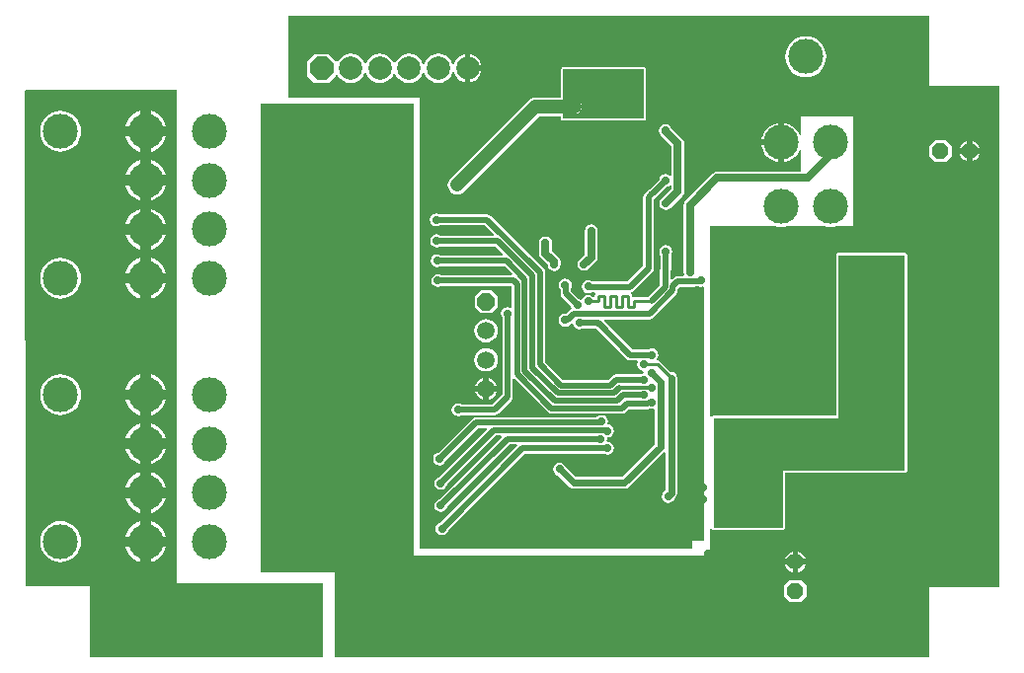
<source format=gbl>
G04*
G04 #@! TF.GenerationSoftware,Altium Limited,Altium Designer,19.1.5 (86)*
G04*
G04 Layer_Physical_Order=2*
G04 Layer_Color=16711680*
%FSLAX44Y44*%
%MOMM*%
G71*
G01*
G75*
%ADD10C,0.3000*%
%ADD12C,0.2500*%
%ADD71C,0.7000*%
%ADD74C,0.5000*%
%ADD76C,1.2000*%
%ADD78C,0.6000*%
%ADD82P,1.5154X8X22.5*%
%ADD83C,1.4000*%
%ADD84C,1.5000*%
%ADD85P,1.6236X8X292.5*%
%ADD86C,3.0000*%
%ADD87C,2.0000*%
%ADD88P,2.1648X8X22.5*%
%ADD89P,1.5154X8X112.5*%
%ADD90C,0.7000*%
%ADD91C,1.2000*%
G36*
X785000Y495000D02*
X845000D01*
Y374000D01*
Y65000D01*
X785000D01*
Y5000D01*
X275000D01*
Y78000D01*
X212000D01*
Y480000D01*
X343000Y480000D01*
X343000Y92000D01*
X597000D01*
Y114778D01*
X597146Y114836D01*
X598270Y114989D01*
X598558Y114558D01*
X599220Y114116D01*
X600000Y113961D01*
X659211Y113961D01*
X659992Y114116D01*
X660653Y114558D01*
X661095Y115220D01*
X661251Y116000D01*
X661251Y162961D01*
X764000D01*
X764780Y163116D01*
X765442Y163558D01*
X765884Y164220D01*
X766039Y165000D01*
X766039Y349717D01*
X765884Y350497D01*
X765442Y351159D01*
X764780Y351601D01*
X764000Y351756D01*
X707000Y351756D01*
X706220Y351601D01*
X705558Y351159D01*
X705116Y350497D01*
X704961Y349717D01*
X704961Y212039D01*
X600000D01*
X599220Y211884D01*
X598558Y211442D01*
X598270Y211011D01*
X597146Y211164D01*
X597000Y211222D01*
Y374465D01*
X653870D01*
X654569Y374253D01*
X658000Y373915D01*
X661431Y374253D01*
X662130Y374465D01*
X695870D01*
X696569Y374253D01*
X700000Y373915D01*
X703431Y374253D01*
X704130Y374465D01*
X720000D01*
Y469000D01*
X675000D01*
X625000Y469000D01*
D01*
X675000D01*
Y453397D01*
X673782Y453037D01*
X672203Y455990D01*
X670079Y458579D01*
X667490Y460703D01*
X664537Y462282D01*
X661333Y463254D01*
X660500Y463336D01*
Y446500D01*
X658000D01*
D01*
X660500D01*
Y429664D01*
X661333Y429746D01*
X664537Y430718D01*
X667490Y432297D01*
X670079Y434421D01*
X672203Y437010D01*
X673782Y439963D01*
X675000Y439603D01*
Y421608D01*
X625000D01*
Y421504D01*
X603138D01*
X600992Y421077D01*
X599173Y419861D01*
X575785Y396473D01*
X574569Y394654D01*
X574142Y392508D01*
Y334750D01*
X574469Y333108D01*
X573670Y331838D01*
X569300D01*
X567545Y331489D01*
X566056Y330494D01*
X564262Y328700D01*
X563088Y329186D01*
Y335475D01*
X563239Y335700D01*
X563588Y337456D01*
Y349717D01*
X564181Y350604D01*
X564608Y352750D01*
X564181Y354896D01*
X562965Y356715D01*
X561146Y357931D01*
X559000Y358358D01*
X556854Y357931D01*
X555035Y356715D01*
X553819Y354896D01*
X553392Y352750D01*
X553819Y350604D01*
X554412Y349717D01*
Y338938D01*
X554261Y338712D01*
X553912Y336956D01*
Y324104D01*
X543372Y313564D01*
X531500D01*
X531084Y313481D01*
X529814Y314443D01*
Y315067D01*
X529561Y316335D01*
X529116Y317002D01*
X529466Y318221D01*
X529598Y318393D01*
X529959Y318465D01*
X531448Y319459D01*
X547494Y335506D01*
X548489Y336994D01*
X548838Y338750D01*
Y397671D01*
X549777Y398609D01*
X550744Y399256D01*
X559850Y408361D01*
X560896Y408569D01*
X562422Y409589D01*
X563693Y409135D01*
Y406873D01*
X555035Y398215D01*
X553819Y396396D01*
X553392Y394250D01*
X553819Y392104D01*
X555035Y390285D01*
X556854Y389069D01*
X559000Y388642D01*
X561146Y389069D01*
X562965Y390285D01*
X573266Y400585D01*
X574481Y402404D01*
X574908Y404550D01*
Y445700D01*
X574481Y447846D01*
X573266Y449665D01*
X563219Y459712D01*
X562715Y460465D01*
X560896Y461681D01*
X558750Y462108D01*
X556604Y461681D01*
X554785Y460465D01*
X553569Y458646D01*
X553142Y456500D01*
Y456250D01*
X553569Y454104D01*
X554785Y452285D01*
X563693Y443377D01*
Y418365D01*
X562422Y417911D01*
X560896Y418931D01*
X558750Y419358D01*
X556604Y418931D01*
X554785Y417715D01*
X553569Y415896D01*
X553361Y414850D01*
X544902Y406391D01*
X543935Y405744D01*
X541006Y402815D01*
X540011Y401327D01*
X539662Y399571D01*
Y340650D01*
X526303Y327292D01*
X495603D01*
X494646Y327931D01*
X492500Y328358D01*
X490354Y327931D01*
X488535Y326715D01*
X487319Y324896D01*
X486892Y322750D01*
X487319Y320604D01*
X488535Y318785D01*
X490354Y317569D01*
X492500Y317142D01*
X494646Y317569D01*
X495463Y318115D01*
X498101D01*
X498780Y316845D01*
X498439Y316335D01*
X498186Y315067D01*
Y313564D01*
X496901D01*
X496465Y314215D01*
X494646Y315431D01*
X492500Y315858D01*
X490354Y315431D01*
X488535Y314215D01*
X487319Y312396D01*
X487294Y312271D01*
X485883Y311687D01*
X485145Y312180D01*
X484099Y312388D01*
X477770Y318717D01*
Y321644D01*
X477980Y321958D01*
X478407Y324104D01*
X477980Y326250D01*
X476764Y328069D01*
X474945Y329285D01*
X472799Y329712D01*
X470653Y329285D01*
X468834Y328069D01*
X467618Y326250D01*
X467191Y324104D01*
X467618Y321958D01*
X468593Y320498D01*
Y316817D01*
X468943Y315061D01*
X469937Y313573D01*
X477610Y305900D01*
X477818Y304853D01*
X477954Y304650D01*
X477540Y302984D01*
X476877Y302541D01*
X473705Y299368D01*
X472500Y299608D01*
X470354Y299181D01*
X468535Y297965D01*
X467319Y296146D01*
X466892Y294000D01*
X467319Y291854D01*
X468535Y290035D01*
X470354Y288819D01*
X472500Y288392D01*
X474646Y288819D01*
X475833Y289612D01*
X476581Y289761D01*
X478069Y290756D01*
X478247Y290933D01*
X479625Y290515D01*
X479819Y289540D01*
X481035Y287721D01*
X482854Y286506D01*
X485000Y286079D01*
X487146Y286506D01*
X487775Y286926D01*
X499079D01*
X499399Y286862D01*
X525256Y261006D01*
X526744Y260011D01*
X528500Y259662D01*
X534485D01*
X535084Y258542D01*
X534819Y258146D01*
X534392Y256000D01*
X534819Y253854D01*
X536035Y252035D01*
X537854Y250819D01*
X539246Y250542D01*
X540213Y249269D01*
X540085Y248685D01*
X539733Y248554D01*
X537853Y248180D01*
X536966Y247588D01*
X516499D01*
X514744Y247238D01*
X513255Y246244D01*
X509599Y242588D01*
X470830D01*
X455588Y257829D01*
Y334750D01*
X455239Y336506D01*
X454244Y337994D01*
X408994Y383244D01*
X407506Y384239D01*
X405750Y384588D01*
X365283D01*
X364396Y385181D01*
X362250Y385608D01*
X360104Y385181D01*
X358285Y383965D01*
X357069Y382146D01*
X356642Y380000D01*
X357069Y377854D01*
X358285Y376035D01*
X360104Y374819D01*
X362250Y374392D01*
X364396Y374819D01*
X365283Y375412D01*
X403849D01*
X411500Y367761D01*
X411014Y366588D01*
X365533D01*
X364646Y367181D01*
X362500Y367608D01*
X360354Y367181D01*
X358535Y365965D01*
X357319Y364146D01*
X356892Y362000D01*
X357319Y359854D01*
X358535Y358035D01*
X360354Y356819D01*
X362500Y356392D01*
X364646Y356819D01*
X365533Y357412D01*
X412657D01*
X419308Y350761D01*
X418821Y349588D01*
X366033D01*
X365146Y350181D01*
X363000Y350608D01*
X360854Y350181D01*
X359035Y348965D01*
X357819Y347146D01*
X357392Y345000D01*
X357819Y342854D01*
X359035Y341035D01*
X360854Y339819D01*
X363000Y339392D01*
X365146Y339819D01*
X366033Y340412D01*
X420465D01*
X427115Y333761D01*
X426629Y332588D01*
X366533D01*
X365646Y333181D01*
X363500Y333608D01*
X361354Y333181D01*
X359535Y331965D01*
X358319Y330146D01*
X357892Y328000D01*
X358319Y325854D01*
X359535Y324035D01*
X361354Y322819D01*
X363500Y322392D01*
X365646Y322819D01*
X366533Y323412D01*
X426671D01*
X426912Y323171D01*
Y305135D01*
X425792Y304536D01*
X425443Y304770D01*
X423297Y305197D01*
X421151Y304770D01*
X419331Y303554D01*
X418116Y301735D01*
X417689Y299589D01*
X418116Y297443D01*
X418708Y296556D01*
Y230139D01*
X410157Y221588D01*
X384033D01*
X383146Y222181D01*
X381000Y222608D01*
X378854Y222181D01*
X377035Y220965D01*
X375819Y219146D01*
X375392Y217000D01*
X375819Y214854D01*
X377035Y213035D01*
X378854Y211819D01*
X381000Y211392D01*
X383146Y211819D01*
X384033Y212412D01*
X412058D01*
X413813Y212761D01*
X415302Y213756D01*
X426541Y224995D01*
X427535Y226483D01*
X427885Y228239D01*
Y243183D01*
X429155Y243709D01*
X457608Y215256D01*
X459096Y214261D01*
X460852Y213912D01*
X503488D01*
X503613Y212642D01*
X501604Y212242D01*
X499785Y211027D01*
X499492Y210588D01*
X396000D01*
X394244Y210239D01*
X392756Y209244D01*
X363900Y180389D01*
X362854Y180181D01*
X361035Y178965D01*
X359819Y177146D01*
X359392Y175000D01*
X359819Y172854D01*
X361035Y171035D01*
X362854Y169819D01*
X365000Y169392D01*
X367146Y169819D01*
X368965Y171035D01*
X370181Y172854D01*
X370389Y173900D01*
X397901Y201412D01*
X405264D01*
X405750Y200238D01*
X364900Y159389D01*
X363854Y159181D01*
X362035Y157965D01*
X360819Y156146D01*
X360392Y154000D01*
X360819Y151854D01*
X362035Y150035D01*
X363854Y148819D01*
X366000Y148392D01*
X368146Y148819D01*
X369965Y150035D01*
X371181Y151854D01*
X371389Y152900D01*
X413400Y194912D01*
X417764D01*
X418250Y193738D01*
X364900Y140389D01*
X363854Y140181D01*
X362035Y138965D01*
X360819Y137146D01*
X360392Y135000D01*
X360819Y132854D01*
X362035Y131035D01*
X363854Y129819D01*
X366000Y129392D01*
X368146Y129819D01*
X369965Y131035D01*
X371181Y132854D01*
X371389Y133900D01*
X424901Y187412D01*
X431127D01*
X431653Y186142D01*
X365900Y120389D01*
X364854Y120181D01*
X363035Y118965D01*
X361819Y117146D01*
X361392Y115000D01*
X361819Y112854D01*
X363035Y111035D01*
X364854Y109819D01*
X367000Y109392D01*
X369146Y109819D01*
X370965Y111035D01*
X372181Y112854D01*
X372389Y113900D01*
X437901Y179412D01*
X505967D01*
X506854Y178819D01*
X509000Y178392D01*
X511146Y178819D01*
X512965Y180035D01*
X514181Y181854D01*
X514608Y184000D01*
X514181Y186146D01*
X512965Y187965D01*
X511146Y189181D01*
X509316Y189545D01*
X508985Y189635D01*
X508364Y190776D01*
X508608Y192000D01*
X508442Y192835D01*
X508999Y193392D01*
X511145Y193819D01*
X512964Y195034D01*
X514180Y196854D01*
X514607Y199000D01*
X514180Y201146D01*
X512964Y202965D01*
X511145Y204181D01*
X510025Y204403D01*
X509023Y204873D01*
X509104Y205783D01*
X509358Y207062D01*
X508931Y209207D01*
X507715Y211027D01*
X505896Y212242D01*
X503887Y212642D01*
X504012Y213912D01*
X521750D01*
X523506Y214261D01*
X524994Y215256D01*
X527400Y217662D01*
X543357D01*
X545112Y218011D01*
X545304Y218139D01*
X546546Y217892D01*
X548178Y218217D01*
X549449Y217413D01*
Y187408D01*
X521388Y159348D01*
X482017D01*
X473210Y168155D01*
X473181Y168301D01*
X471965Y170120D01*
X470146Y171336D01*
X468000Y171763D01*
X465854Y171336D01*
X464035Y170120D01*
X462819Y168301D01*
X462392Y166155D01*
X462819Y164009D01*
X464035Y162190D01*
X465854Y160974D01*
X466000Y160945D01*
X476300Y150645D01*
X477954Y149540D01*
X479905Y149152D01*
X523500D01*
X525451Y149540D01*
X527105Y150645D01*
X557132Y180672D01*
X558402Y180146D01*
Y147629D01*
X557035Y146715D01*
X555819Y144896D01*
X555392Y142750D01*
X555819Y140604D01*
X557035Y138785D01*
X558854Y137569D01*
X561000Y137142D01*
X563146Y137569D01*
X564965Y138785D01*
X566181Y140604D01*
X566210Y140750D01*
X567105Y141645D01*
X568210Y143299D01*
X568598Y145250D01*
Y244750D01*
X568210Y246701D01*
X567105Y248355D01*
X565451Y249460D01*
X563500Y249848D01*
X563157Y249780D01*
X554593Y258343D01*
X553518Y259061D01*
X552250Y259314D01*
X551624D01*
X551165Y260584D01*
X552181Y262104D01*
X552608Y264250D01*
X552181Y266396D01*
X550965Y268215D01*
X549146Y269431D01*
X547000Y269858D01*
X544854Y269431D01*
X543967Y268838D01*
X530401D01*
X505704Y293535D01*
X506190Y294708D01*
X544785D01*
X546541Y295058D01*
X548030Y296052D01*
X568244Y316267D01*
X569239Y317755D01*
X569588Y319511D01*
Y321049D01*
X571201Y322662D01*
X582857D01*
X584612Y323011D01*
X584640Y323029D01*
X586540D01*
X586854Y322819D01*
X589000Y322392D01*
X590730Y322736D01*
X592000Y321979D01*
Y105000D01*
X582000D01*
X582000Y98000D01*
X348000Y98000D01*
Y485000D01*
X235000D01*
Y555000D01*
X785000D01*
Y495000D01*
D02*
G37*
G36*
X764000Y349717D02*
X764000Y165000D01*
X659211D01*
X659211Y116000D01*
X600000Y116000D01*
Y210000D01*
X707000D01*
X707000Y349717D01*
X764000Y349717D01*
D02*
G37*
G36*
X140000Y68000D02*
X265000Y68000D01*
X265000Y5000D01*
X65000D01*
Y66000D01*
X10000D01*
X9002Y491101D01*
X9899Y492000D01*
X140000D01*
X140000Y68000D01*
D02*
G37*
%LPC*%
G36*
X364000Y522608D02*
X360737Y522178D01*
X357696Y520919D01*
X355085Y518915D01*
X353081Y516304D01*
X352062Y513844D01*
X350688D01*
X349669Y516304D01*
X347665Y518915D01*
X345054Y520919D01*
X342013Y522178D01*
X338750Y522608D01*
X335487Y522178D01*
X332446Y520919D01*
X329835Y518915D01*
X327831Y516304D01*
X326937Y514146D01*
X325563D01*
X324669Y516304D01*
X322665Y518915D01*
X320054Y520919D01*
X317013Y522178D01*
X313750Y522608D01*
X310487Y522178D01*
X307446Y520919D01*
X304835Y518915D01*
X302831Y516304D01*
X301937Y514146D01*
X300563D01*
X299669Y516304D01*
X297665Y518915D01*
X295054Y520919D01*
X292013Y522178D01*
X288750Y522608D01*
X285487Y522178D01*
X282446Y520919D01*
X279835Y518915D01*
X277831Y516304D01*
X277520Y515552D01*
X276250Y515805D01*
Y516250D01*
X270000Y522500D01*
X257500D01*
X251250Y516250D01*
Y503750D01*
X257500Y497500D01*
X270000D01*
X276250Y503750D01*
Y504195D01*
X277520Y504448D01*
X277831Y503696D01*
X279835Y501085D01*
X282446Y499081D01*
X285487Y497822D01*
X288750Y497392D01*
X292013Y497822D01*
X295054Y499081D01*
X297665Y501085D01*
X299669Y503696D01*
X300563Y505854D01*
X301937D01*
X302831Y503696D01*
X304835Y501085D01*
X307446Y499081D01*
X310487Y497822D01*
X313750Y497392D01*
X317013Y497822D01*
X320054Y499081D01*
X322665Y501085D01*
X324669Y503696D01*
X325563Y505854D01*
X326937D01*
X327831Y503696D01*
X329835Y501085D01*
X332446Y499081D01*
X335487Y497822D01*
X338750Y497392D01*
X342013Y497822D01*
X345054Y499081D01*
X347665Y501085D01*
X349669Y503696D01*
X350688Y506156D01*
X352062D01*
X353081Y503696D01*
X355085Y501085D01*
X357696Y499081D01*
X360737Y497822D01*
X364000Y497392D01*
X367263Y497822D01*
X370304Y499081D01*
X372915Y501085D01*
X374919Y503696D01*
X376116Y506587D01*
X376467Y506669D01*
X376582Y506682D01*
X377434Y506565D01*
X378518Y503948D01*
X380442Y501441D01*
X382948Y499518D01*
X385867Y498309D01*
X386500Y498226D01*
Y510000D01*
Y521774D01*
X385867Y521691D01*
X382948Y520482D01*
X380442Y518559D01*
X378518Y516052D01*
X377434Y513435D01*
X376582Y513318D01*
X376467Y513331D01*
X376116Y513413D01*
X374919Y516304D01*
X372915Y518915D01*
X370304Y520919D01*
X367263Y522178D01*
X364000Y522608D01*
D02*
G37*
G36*
X391500Y521774D02*
Y512500D01*
X400774D01*
X400691Y513133D01*
X399482Y516052D01*
X397559Y518559D01*
X395052Y520482D01*
X392133Y521691D01*
X391500Y521774D01*
D02*
G37*
G36*
X679000Y537585D02*
X675569Y537247D01*
X672271Y536246D01*
X669230Y534621D01*
X666566Y532434D01*
X664379Y529770D01*
X662754Y526729D01*
X661753Y523431D01*
X661415Y520000D01*
X661753Y516569D01*
X662754Y513271D01*
X664379Y510230D01*
X666566Y507566D01*
X669230Y505379D01*
X672271Y503754D01*
X675569Y502753D01*
X679000Y502415D01*
X682431Y502753D01*
X685729Y503754D01*
X688770Y505379D01*
X691434Y507566D01*
X693621Y510230D01*
X695246Y513271D01*
X696247Y516569D01*
X696585Y520000D01*
X696247Y523431D01*
X695246Y526729D01*
X693621Y529770D01*
X691434Y532434D01*
X688770Y534621D01*
X685729Y536246D01*
X682431Y537247D01*
X679000Y537585D01*
D02*
G37*
G36*
X400774Y507500D02*
X391500D01*
Y498226D01*
X392133Y498309D01*
X395052Y499518D01*
X397559Y501441D01*
X399482Y503948D01*
X400691Y506867D01*
X400774Y507500D01*
D02*
G37*
G36*
X540000Y511039D02*
X471000D01*
X470220Y510884D01*
X469558Y510442D01*
X469116Y509780D01*
X468961Y509000D01*
Y485069D01*
X447000D01*
X444912Y484794D01*
X442966Y483988D01*
X441294Y482706D01*
X374294Y415706D01*
X373012Y414035D01*
X372206Y412088D01*
X371931Y410000D01*
X372206Y407912D01*
X373012Y405965D01*
X374294Y404294D01*
X375965Y403012D01*
X377912Y402206D01*
X380000Y401931D01*
X382088Y402206D01*
X384035Y403012D01*
X385706Y404294D01*
X450342Y468931D01*
X468961D01*
Y467000D01*
X469116Y466220D01*
X469558Y465558D01*
X470220Y465116D01*
X471000Y464961D01*
X539897D01*
X540677Y465116D01*
X541338Y465558D01*
X541780Y466220D01*
X541884Y466470D01*
X542039Y467250D01*
Y509000D01*
X541884Y509780D01*
X541442Y510442D01*
X540780Y510884D01*
X540000Y511039D01*
D02*
G37*
G36*
X655500Y463336D02*
X654667Y463254D01*
X651463Y462282D01*
X648510Y460703D01*
X645921Y458579D01*
X643797Y455990D01*
X642218Y453037D01*
X641246Y449833D01*
X641164Y449000D01*
X655500D01*
Y463336D01*
D02*
G37*
G36*
X822000Y447706D02*
Y441500D01*
X828206D01*
X827362Y443539D01*
X825919Y445419D01*
X824039Y446861D01*
X822000Y447706D01*
D02*
G37*
G36*
X817000D02*
X814961Y446861D01*
X813081Y445419D01*
X811639Y443539D01*
X810794Y441500D01*
X817000D01*
Y447706D01*
D02*
G37*
G36*
X828206Y436500D02*
X822000D01*
Y430294D01*
X824039Y431139D01*
X825919Y432581D01*
X827362Y434461D01*
X828206Y436500D01*
D02*
G37*
G36*
X817000D02*
X810794D01*
X811639Y434461D01*
X813081Y432581D01*
X814961Y431139D01*
X817000Y430294D01*
Y436500D01*
D02*
G37*
G36*
X655500Y444000D02*
X641164D01*
X641246Y443167D01*
X642218Y439963D01*
X643797Y437010D01*
X645921Y434421D01*
X648510Y432297D01*
X651463Y430718D01*
X654667Y429746D01*
X655500Y429664D01*
Y444000D01*
D02*
G37*
G36*
X799250Y448500D02*
X789750D01*
X785000Y443750D01*
Y434250D01*
X789750Y429500D01*
X799250D01*
X804000Y434250D01*
Y443750D01*
X799250Y448500D01*
D02*
G37*
G36*
X495000Y376108D02*
X492854Y375681D01*
X491035Y374465D01*
X489819Y372646D01*
X489392Y370500D01*
Y350433D01*
X484924Y345965D01*
X483709Y344146D01*
X483282Y342000D01*
X483709Y339854D01*
X484924Y338035D01*
X486744Y336819D01*
X488889Y336392D01*
X491035Y336819D01*
X492855Y338035D01*
X498965Y344145D01*
X500181Y345965D01*
X500608Y348111D01*
Y370500D01*
X500181Y372646D01*
X498965Y374465D01*
X497146Y375681D01*
X495000Y376108D01*
D02*
G37*
G36*
X455797Y365858D02*
X453651Y365431D01*
X451831Y364215D01*
X450616Y362396D01*
X450189Y360250D01*
Y351454D01*
X450616Y349308D01*
X451831Y347488D01*
X457709Y341611D01*
Y341604D01*
X458136Y339458D01*
X459351Y337639D01*
X461171Y336423D01*
X463316Y335996D01*
X465462Y336423D01*
X467282Y337639D01*
X468497Y339458D01*
X468924Y341604D01*
Y343934D01*
X468497Y346079D01*
X467282Y347899D01*
X461404Y353776D01*
Y360250D01*
X460977Y362396D01*
X459762Y364215D01*
X457943Y365431D01*
X455797Y365858D01*
D02*
G37*
G36*
X410000Y320000D02*
X400000D01*
X395000Y315000D01*
Y305000D01*
X400000Y300000D01*
X410000D01*
X415000Y305000D01*
Y315000D01*
X410000Y320000D01*
D02*
G37*
G36*
X405000Y295086D02*
X402389Y294743D01*
X399957Y293735D01*
X397868Y292132D01*
X396265Y290043D01*
X395257Y287610D01*
X394914Y285000D01*
X395257Y282390D01*
X396265Y279957D01*
X397868Y277868D01*
X399957Y276265D01*
X402389Y275257D01*
X405000Y274914D01*
X407611Y275257D01*
X410043Y276265D01*
X412132Y277868D01*
X413735Y279957D01*
X414743Y282390D01*
X415086Y285000D01*
X414743Y287610D01*
X413735Y290043D01*
X412132Y292132D01*
X410043Y293735D01*
X407611Y294743D01*
X405000Y295086D01*
D02*
G37*
G36*
Y270086D02*
X402389Y269743D01*
X399957Y268735D01*
X397868Y267132D01*
X396265Y265043D01*
X395257Y262610D01*
X394914Y260000D01*
X395257Y257390D01*
X396265Y254957D01*
X397868Y252868D01*
X399957Y251265D01*
X402389Y250257D01*
X405000Y249914D01*
X407611Y250257D01*
X410043Y251265D01*
X412132Y252868D01*
X413735Y254957D01*
X414743Y257390D01*
X415086Y260000D01*
X414743Y262610D01*
X413735Y265043D01*
X412132Y267132D01*
X410043Y268735D01*
X407611Y269743D01*
X405000Y270086D01*
D02*
G37*
G36*
X407500Y244247D02*
Y237500D01*
X414247D01*
X413298Y239791D01*
X411775Y241775D01*
X409791Y243298D01*
X407500Y244247D01*
D02*
G37*
G36*
X402500D02*
X400209Y243298D01*
X398224Y241775D01*
X396702Y239791D01*
X395753Y237500D01*
X402500D01*
Y244247D01*
D02*
G37*
G36*
X414247Y232500D02*
X407500D01*
Y225753D01*
X409791Y226702D01*
X411775Y228225D01*
X413298Y230209D01*
X414247Y232500D01*
D02*
G37*
G36*
X402500D02*
X395753D01*
X396702Y230209D01*
X398224Y228225D01*
X400209Y226702D01*
X402500Y225753D01*
Y232500D01*
D02*
G37*
G36*
X672550Y95406D02*
Y89200D01*
X678756D01*
X677912Y91239D01*
X676469Y93119D01*
X674589Y94562D01*
X672550Y95406D01*
D02*
G37*
G36*
X667550D02*
X665511Y94562D01*
X663631Y93119D01*
X662189Y91239D01*
X661344Y89200D01*
X667550D01*
Y95406D01*
D02*
G37*
G36*
X678756Y84200D02*
X672550D01*
Y77994D01*
X674589Y78839D01*
X676469Y80281D01*
X677912Y82161D01*
X678756Y84200D01*
D02*
G37*
G36*
X667550D02*
X661344D01*
X662189Y82161D01*
X663631Y80281D01*
X665511Y78839D01*
X667550Y77994D01*
Y84200D01*
D02*
G37*
G36*
X674800Y71200D02*
X665300D01*
X660550Y66450D01*
Y56950D01*
X665300Y52200D01*
X674800D01*
X679550Y56950D01*
Y66450D01*
X674800Y71200D01*
D02*
G37*
%LPD*%
G36*
X540000Y467250D02*
X539897Y467000D01*
X471000D01*
Y470882D01*
X481000D01*
X483341Y471348D01*
X485326Y472674D01*
X486652Y474659D01*
X487118Y477000D01*
X486652Y479341D01*
X485326Y481326D01*
X483341Y482652D01*
X481000Y483118D01*
X471000D01*
Y509000D01*
X540000D01*
Y467250D01*
D02*
G37*
%LPC*%
G36*
X117500Y473445D02*
Y460500D01*
X130445D01*
X129710Y462922D01*
X128039Y466049D01*
X125789Y468789D01*
X123049Y471039D01*
X119922Y472710D01*
X117500Y473445D01*
D02*
G37*
G36*
X108500D02*
X106078Y472710D01*
X102951Y471039D01*
X100211Y468789D01*
X97961Y466049D01*
X96290Y462922D01*
X95555Y460500D01*
X108500D01*
Y473445D01*
D02*
G37*
G36*
X130445Y451500D02*
X117500D01*
Y438555D01*
X119922Y439290D01*
X123049Y440961D01*
X125789Y443210D01*
X128039Y445951D01*
X129710Y449078D01*
X130445Y451500D01*
D02*
G37*
G36*
X108500D02*
X95555D01*
X96290Y449078D01*
X97961Y445951D01*
X100211Y443210D01*
X102951Y440961D01*
X106078Y439290D01*
X108500Y438555D01*
Y451500D01*
D02*
G37*
G36*
X40000Y473585D02*
X36569Y473247D01*
X33271Y472246D01*
X30231Y470621D01*
X27566Y468434D01*
X25379Y465770D01*
X23754Y462729D01*
X22753Y459431D01*
X22415Y456000D01*
X22753Y452569D01*
X23754Y449271D01*
X25379Y446231D01*
X27566Y443566D01*
X30231Y441379D01*
X33271Y439754D01*
X36569Y438753D01*
X40000Y438415D01*
X43431Y438753D01*
X46729Y439754D01*
X49770Y441379D01*
X52434Y443566D01*
X54621Y446231D01*
X56246Y449271D01*
X57247Y452569D01*
X57585Y456000D01*
X57247Y459431D01*
X56246Y462729D01*
X54621Y465770D01*
X52434Y468434D01*
X49770Y470621D01*
X46729Y472246D01*
X43431Y473247D01*
X40000Y473585D01*
D02*
G37*
G36*
X117500Y431445D02*
Y418500D01*
X130445D01*
X129710Y420922D01*
X128039Y424049D01*
X125789Y426790D01*
X123049Y429039D01*
X119922Y430710D01*
X117500Y431445D01*
D02*
G37*
G36*
X108500Y431445D02*
X106078Y430710D01*
X102951Y429039D01*
X100211Y426790D01*
X97961Y424049D01*
X96290Y420922D01*
X95555Y418500D01*
X108500D01*
Y431445D01*
D02*
G37*
G36*
Y409500D02*
X95555D01*
X96290Y407078D01*
X97961Y403951D01*
X100211Y401211D01*
X102951Y398961D01*
X106078Y397290D01*
X108500Y396555D01*
Y409500D01*
D02*
G37*
G36*
X130445D02*
X117500D01*
Y396555D01*
X119922Y397290D01*
X123049Y398961D01*
X125789Y401211D01*
X128039Y403951D01*
X129710Y407078D01*
X130445Y409500D01*
D02*
G37*
G36*
X117500Y389445D02*
Y376500D01*
X130445D01*
X129710Y378922D01*
X128039Y382049D01*
X125789Y384790D01*
X123049Y387039D01*
X119922Y388710D01*
X117500Y389445D01*
D02*
G37*
G36*
X108500Y389445D02*
X106078Y388710D01*
X102951Y387039D01*
X100211Y384790D01*
X97961Y382049D01*
X96290Y378922D01*
X95555Y376500D01*
X108500D01*
Y389445D01*
D02*
G37*
G36*
Y367500D02*
X95555D01*
X96290Y365078D01*
X97961Y361951D01*
X100211Y359211D01*
X102951Y356961D01*
X106078Y355290D01*
X108500Y354555D01*
Y367500D01*
D02*
G37*
G36*
X130445D02*
X117500D01*
Y354555D01*
X119922Y355290D01*
X123049Y356961D01*
X125789Y359211D01*
X128039Y361951D01*
X129710Y365078D01*
X130445Y367500D01*
D02*
G37*
G36*
X117500Y347445D02*
Y334500D01*
X130445D01*
X129710Y336922D01*
X128039Y340049D01*
X125789Y342789D01*
X123049Y345039D01*
X119922Y346710D01*
X117500Y347445D01*
D02*
G37*
G36*
X108500D02*
X106078Y346710D01*
X102951Y345039D01*
X100211Y342789D01*
X97961Y340049D01*
X96290Y336922D01*
X95555Y334500D01*
X108500D01*
Y347445D01*
D02*
G37*
G36*
Y325500D02*
X95555D01*
X96290Y323078D01*
X97961Y319951D01*
X100211Y317211D01*
X102951Y314961D01*
X106078Y313290D01*
X108500Y312555D01*
Y325500D01*
D02*
G37*
G36*
X130445D02*
X117500D01*
Y312555D01*
X119922Y313290D01*
X123049Y314961D01*
X125789Y317211D01*
X128039Y319951D01*
X129710Y323078D01*
X130445Y325500D01*
D02*
G37*
G36*
X40000Y347585D02*
X36569Y347247D01*
X33271Y346246D01*
X30231Y344621D01*
X27566Y342434D01*
X25379Y339770D01*
X23754Y336729D01*
X22753Y333431D01*
X22415Y330000D01*
X22753Y326569D01*
X23754Y323271D01*
X25379Y320230D01*
X27566Y317566D01*
X30231Y315379D01*
X33271Y313754D01*
X36569Y312753D01*
X40000Y312415D01*
X43431Y312753D01*
X46729Y313754D01*
X49770Y315379D01*
X52434Y317566D01*
X54621Y320230D01*
X56246Y323271D01*
X57247Y326569D01*
X57585Y330000D01*
X57247Y333431D01*
X56246Y336729D01*
X54621Y339770D01*
X52434Y342434D01*
X49770Y344621D01*
X46729Y346246D01*
X43431Y347247D01*
X40000Y347585D01*
D02*
G37*
G36*
X117500Y247445D02*
Y234500D01*
X130445D01*
X129710Y236922D01*
X128039Y240049D01*
X125789Y242789D01*
X123049Y245039D01*
X119922Y246710D01*
X117500Y247445D01*
D02*
G37*
G36*
X108500D02*
X106078Y246710D01*
X102951Y245039D01*
X100211Y242789D01*
X97961Y240049D01*
X96290Y236922D01*
X95555Y234500D01*
X108500D01*
Y247445D01*
D02*
G37*
G36*
Y225500D02*
X95555D01*
X96290Y223078D01*
X97961Y219951D01*
X100211Y217211D01*
X102951Y214961D01*
X106078Y213290D01*
X108500Y212555D01*
Y225500D01*
D02*
G37*
G36*
X130445D02*
X117500D01*
Y212555D01*
X119922Y213290D01*
X123049Y214961D01*
X125789Y217211D01*
X128039Y219951D01*
X129710Y223078D01*
X130445Y225500D01*
D02*
G37*
G36*
X40000Y247585D02*
X36569Y247247D01*
X33271Y246246D01*
X30231Y244621D01*
X27566Y242434D01*
X25379Y239769D01*
X23754Y236729D01*
X22753Y233431D01*
X22415Y230000D01*
X22753Y226569D01*
X23754Y223271D01*
X25379Y220231D01*
X27566Y217566D01*
X30231Y215379D01*
X33271Y213754D01*
X36569Y212753D01*
X40000Y212415D01*
X43431Y212753D01*
X46729Y213754D01*
X49770Y215379D01*
X52434Y217566D01*
X54621Y220231D01*
X56246Y223271D01*
X57247Y226569D01*
X57585Y230000D01*
X57247Y233431D01*
X56246Y236729D01*
X54621Y239769D01*
X52434Y242434D01*
X49770Y244621D01*
X46729Y246246D01*
X43431Y247247D01*
X40000Y247585D01*
D02*
G37*
G36*
X117500Y205445D02*
Y192500D01*
X130445D01*
X129710Y194922D01*
X128039Y198049D01*
X125789Y200790D01*
X123049Y203039D01*
X119922Y204710D01*
X117500Y205445D01*
D02*
G37*
G36*
X108500D02*
X106078Y204710D01*
X102951Y203039D01*
X100211Y200790D01*
X97961Y198049D01*
X96290Y194922D01*
X95555Y192500D01*
X108500D01*
Y205445D01*
D02*
G37*
G36*
X130445Y183500D02*
X117500D01*
Y170555D01*
X119922Y171290D01*
X123049Y172961D01*
X125789Y175210D01*
X128039Y177951D01*
X129710Y181078D01*
X130445Y183500D01*
D02*
G37*
G36*
X108500D02*
X95555D01*
X96290Y181078D01*
X97961Y177951D01*
X100211Y175210D01*
X102951Y172961D01*
X106078Y171290D01*
X108500Y170555D01*
Y183500D01*
D02*
G37*
G36*
X117500Y163445D02*
Y150500D01*
X130445D01*
X129710Y152922D01*
X128039Y156049D01*
X125789Y158790D01*
X123049Y161039D01*
X119922Y162710D01*
X117500Y163445D01*
D02*
G37*
G36*
X108500D02*
X106078Y162710D01*
X102951Y161039D01*
X100211Y158790D01*
X97961Y156049D01*
X96290Y152922D01*
X95555Y150500D01*
X108500D01*
Y163445D01*
D02*
G37*
G36*
X130445Y141500D02*
X117500D01*
Y128555D01*
X119922Y129290D01*
X123049Y130961D01*
X125789Y133210D01*
X128039Y135951D01*
X129710Y139078D01*
X130445Y141500D01*
D02*
G37*
G36*
X108500D02*
X95555D01*
X96290Y139078D01*
X97961Y135951D01*
X100211Y133210D01*
X102951Y130961D01*
X106078Y129290D01*
X108500Y128555D01*
Y141500D01*
D02*
G37*
G36*
X117500Y121445D02*
Y108500D01*
X130445D01*
X129710Y110922D01*
X128039Y114049D01*
X125789Y116790D01*
X123049Y119039D01*
X119922Y120710D01*
X117500Y121445D01*
D02*
G37*
G36*
X108500Y121445D02*
X106078Y120710D01*
X102951Y119039D01*
X100211Y116790D01*
X97961Y114049D01*
X96290Y110922D01*
X95555Y108500D01*
X108500D01*
Y121445D01*
D02*
G37*
G36*
Y99500D02*
X95555D01*
X96290Y97078D01*
X97961Y93951D01*
X100211Y91210D01*
X102951Y88961D01*
X106078Y87290D01*
X108500Y86555D01*
Y99500D01*
D02*
G37*
G36*
X130445D02*
X117500D01*
Y86555D01*
X119922Y87290D01*
X123049Y88961D01*
X125789Y91210D01*
X128039Y93951D01*
X129710Y97078D01*
X130445Y99500D01*
D02*
G37*
G36*
X40000Y121585D02*
X36569Y121247D01*
X33271Y120246D01*
X30231Y118621D01*
X27566Y116434D01*
X25379Y113770D01*
X23754Y110729D01*
X22753Y107431D01*
X22415Y104000D01*
X22753Y100569D01*
X23754Y97271D01*
X25379Y94230D01*
X27566Y91566D01*
X30231Y89379D01*
X33271Y87754D01*
X36569Y86753D01*
X40000Y86415D01*
X43431Y86753D01*
X46729Y87754D01*
X49770Y89379D01*
X52434Y91566D01*
X54621Y94230D01*
X56246Y97271D01*
X57247Y100569D01*
X57585Y104000D01*
X57247Y107431D01*
X56246Y110729D01*
X54621Y113770D01*
X52434Y116434D01*
X49770Y118621D01*
X46729Y120246D01*
X43431Y121247D01*
X40000Y121585D01*
D02*
G37*
%LPD*%
D10*
X546296Y236250D02*
X546547Y236000D01*
X519250Y236250D02*
X546296D01*
X519000Y236000D02*
X519250Y236250D01*
D12*
X552250Y256000D02*
X563500Y244750D01*
X540000Y256000D02*
X552250D01*
X537250Y310250D02*
X546546D01*
X492500D02*
X499000D01*
X531500D02*
X537250D01*
X531500Y305433D02*
Y310250D01*
X526500Y305433D02*
X531500D01*
X526500D02*
Y310250D01*
Y315067D01*
X521500D02*
X526500D01*
X521500Y310250D02*
Y315067D01*
Y305433D02*
Y310250D01*
X516500Y305433D02*
X521500D01*
X516500D02*
Y310250D01*
Y315067D01*
X511500D02*
X516500D01*
X511500Y310250D02*
Y315067D01*
Y305433D02*
Y310250D01*
X506500Y305433D02*
X511500D01*
X506500D02*
Y310250D01*
Y315067D01*
X501500D02*
X506500D01*
X501500Y310250D02*
Y315067D01*
X499000Y310250D02*
X501500D01*
D71*
X495000Y348111D02*
Y370500D01*
X488889Y342000D02*
X495000Y348111D01*
X463316Y341604D02*
Y343934D01*
X455797Y351454D02*
X463316Y343934D01*
X680288Y415896D02*
X700000Y435608D01*
X603138Y415896D02*
X680288D01*
X579750Y392508D02*
X603138Y415896D01*
X700000Y435608D02*
Y446500D01*
X455797Y351454D02*
Y360250D01*
X558750Y456250D02*
Y456500D01*
Y456250D02*
X569300Y445700D01*
Y404550D02*
Y445700D01*
X559000Y394250D02*
X569300Y404550D01*
X579750Y334750D02*
Y392508D01*
D74*
X492500Y322704D02*
X528204D01*
X362250Y380000D02*
X405750D01*
X362500Y362000D02*
X414558D01*
X363000Y345000D02*
X422365D01*
X363500Y328000D02*
X428571D01*
X423000Y192000D02*
X503000D01*
X366000Y135000D02*
X423000Y192000D01*
X411500Y199500D02*
X508499D01*
X366000Y154000D02*
X411500Y199500D01*
X436000Y184000D02*
X509000D01*
X367000Y115000D02*
X436000Y184000D01*
X396000Y206000D02*
X502689D01*
X365000Y175000D02*
X396000Y206000D01*
X405750Y380000D02*
X451000Y334750D01*
X414558Y362000D02*
X444500Y332058D01*
X428571Y328000D02*
X431500Y325071D01*
Y247852D02*
Y325071D01*
X474825Y294000D02*
X480122Y299296D01*
X472500Y294000D02*
X474825D01*
X472799Y324104D02*
X473182Y323721D01*
Y316817D02*
Y323721D01*
Y316817D02*
X482999Y306999D01*
X485274Y291514D02*
X500143D01*
X500407Y291250D01*
X500953Y291796D01*
X565000Y319511D02*
Y322950D01*
X544785Y299296D02*
X565000Y319511D01*
X480122Y299296D02*
X544785D01*
X500953Y291796D02*
X528500Y264250D01*
X381000Y217000D02*
X412058D01*
X423297Y228239D01*
Y299589D01*
X508499Y199500D02*
X508999Y199000D01*
X502689Y206000D02*
X503750Y207062D01*
X565000Y322950D02*
X569300Y327250D01*
X582857D01*
X583224Y327617D01*
X588617D01*
X589000Y328000D01*
X558500Y322203D02*
Y336956D01*
X559000Y337456D01*
Y352750D01*
X546546Y310250D02*
X558500Y322203D01*
X543357Y222250D02*
X544224Y223117D01*
X546164D01*
X546546Y223500D01*
X521750Y218500D02*
X525500Y222250D01*
X543357D01*
X460852Y218500D02*
X521750D01*
X431500Y247852D02*
X460852Y218500D01*
X422365Y345000D02*
X438000Y329365D01*
Y250544D02*
Y329365D01*
Y250544D02*
X463544Y225000D01*
X517192D01*
X521942Y229750D01*
X540250D01*
X511500Y238000D02*
X516499Y242999D01*
X539999D01*
X514500Y231500D02*
X519000Y236000D01*
X466237Y231500D02*
X514500D01*
X444500Y253237D02*
X466237Y231500D01*
X444500Y253237D02*
Y332058D01*
X451000Y255929D02*
Y334750D01*
Y255929D02*
X468929Y238000D01*
X511500D01*
X528500Y264250D02*
X547000D01*
X528204Y322704D02*
X544250Y338750D01*
Y399571D01*
X547179Y402500D02*
X547500D01*
X544250Y399571D02*
X547179Y402500D01*
X547500D02*
X558750Y413750D01*
D76*
X447000Y477000D02*
X481000D01*
X380000Y410000D02*
X447000Y477000D01*
D78*
X523500Y154250D02*
X554547Y185296D01*
X479905Y154250D02*
X523500D01*
X554547Y185296D02*
Y240729D01*
X468000Y166155D02*
X479905Y154250D01*
X546547Y248729D02*
X554547Y240729D01*
X546547Y248729D02*
Y249000D01*
X563500Y145250D02*
Y244750D01*
X561000Y142750D02*
X563500Y145250D01*
D82*
X794500Y439000D02*
D03*
D83*
X819500D02*
D03*
X670050Y86700D02*
D03*
D84*
X405000Y260000D02*
D03*
Y285000D02*
D03*
Y235000D02*
D03*
D85*
Y310000D02*
D03*
D86*
X40000Y104000D02*
D03*
Y230000D02*
D03*
X168000D02*
D03*
Y188000D02*
D03*
Y146000D02*
D03*
Y104000D02*
D03*
X113000D02*
D03*
Y146000D02*
D03*
Y188000D02*
D03*
Y230000D02*
D03*
X40000Y330000D02*
D03*
Y456000D02*
D03*
X168000D02*
D03*
Y414000D02*
D03*
Y372000D02*
D03*
Y330000D02*
D03*
X113000D02*
D03*
Y372000D02*
D03*
Y414000D02*
D03*
Y456000D02*
D03*
X679000Y520000D02*
D03*
X700000Y391500D02*
D03*
X658000D02*
D03*
Y446500D02*
D03*
X700000D02*
D03*
D87*
X389000Y510000D02*
D03*
X338750D02*
D03*
X288750D02*
D03*
X313750D02*
D03*
X364000D02*
D03*
D88*
X263750D02*
D03*
D89*
X670050Y61700D02*
D03*
D90*
X492500Y322750D02*
D03*
X501500Y272500D02*
D03*
X489000D02*
D03*
X476500D02*
D03*
X476500Y260000D02*
D03*
Y247500D02*
D03*
X489000D02*
D03*
X501500D02*
D03*
Y260000D02*
D03*
X489000D02*
D03*
X488889Y342000D02*
D03*
X463316Y341604D02*
D03*
X769000Y87000D02*
D03*
X353081Y319000D02*
D03*
Y335915D02*
D03*
Y388500D02*
D03*
Y370750D02*
D03*
Y353500D02*
D03*
X362250Y380000D02*
D03*
X362500Y362000D02*
D03*
X363000Y345000D02*
D03*
X363500Y328000D02*
D03*
X367000Y115000D02*
D03*
X366000Y135000D02*
D03*
Y154000D02*
D03*
X365000Y175000D02*
D03*
X411500Y107965D02*
D03*
Y118965D02*
D03*
Y140965D02*
D03*
Y129965D02*
D03*
X356000Y413000D02*
D03*
X365000Y405000D02*
D03*
Y417000D02*
D03*
X356000Y425000D02*
D03*
X685000Y101000D02*
D03*
Y87000D02*
D03*
X669000Y101000D02*
D03*
X655000Y96000D02*
D03*
Y86000D02*
D03*
X643000Y84000D02*
D03*
Y94000D02*
D03*
X633000D02*
D03*
Y84000D02*
D03*
X472500Y294000D02*
D03*
X485000Y291686D02*
D03*
X482999Y306999D02*
D03*
X472799Y324104D02*
D03*
X769000Y61700D02*
D03*
Y77000D02*
D03*
Y99000D02*
D03*
X778000D02*
D03*
X780000Y61700D02*
D03*
X797000Y71000D02*
D03*
X787000Y99000D02*
D03*
X797000Y99000D02*
D03*
Y90000D02*
D03*
Y80000D02*
D03*
X595000Y93500D02*
D03*
X606550D02*
D03*
X606050Y82865D02*
D03*
X595000D02*
D03*
X495000Y370500D02*
D03*
X455797Y360250D02*
D03*
X583750Y155500D02*
D03*
X591000Y140000D02*
D03*
X583750Y145250D02*
D03*
X591000Y150000D02*
D03*
X480000Y126000D02*
D03*
X520297Y186250D02*
D03*
Y196000D02*
D03*
X526547Y201750D02*
D03*
X520297Y207062D02*
D03*
X509000Y184000D02*
D03*
X503000Y192000D02*
D03*
X503750Y207062D02*
D03*
X508999Y199000D02*
D03*
X468000Y166155D02*
D03*
X381000Y217000D02*
D03*
X477087Y482500D02*
D03*
X476977Y472192D02*
D03*
X488889D02*
D03*
X474707Y530000D02*
D03*
Y540000D02*
D03*
Y550000D02*
D03*
X605000Y520000D02*
D03*
Y530000D02*
D03*
X595000D02*
D03*
X585000D02*
D03*
X575000Y520000D02*
D03*
Y530000D02*
D03*
Y550000D02*
D03*
Y540000D02*
D03*
X565000D02*
D03*
Y550000D02*
D03*
X555000D02*
D03*
X545000D02*
D03*
X515000D02*
D03*
X505000D02*
D03*
X495000D02*
D03*
X485000D02*
D03*
Y540000D02*
D03*
Y530000D02*
D03*
X534626Y540000D02*
D03*
X535000Y550000D02*
D03*
X525000D02*
D03*
Y540000D02*
D03*
Y530000D02*
D03*
Y520000D02*
D03*
X515000D02*
D03*
X504796D02*
D03*
X495000D02*
D03*
X558750Y456500D02*
D03*
X559000Y394250D02*
D03*
X579750Y392508D02*
D03*
X512750Y471605D02*
D03*
X500500D02*
D03*
X489000Y482500D02*
D03*
X500500D02*
D03*
X512750D02*
D03*
X273750Y451000D02*
D03*
X265150D02*
D03*
X273750Y461000D02*
D03*
X265150D02*
D03*
X273500Y469500D02*
D03*
X265150D02*
D03*
X273750Y394750D02*
D03*
X273500Y415000D02*
D03*
X273750Y405336D02*
D03*
X265150D02*
D03*
Y415000D02*
D03*
Y424049D02*
D03*
X264500Y353500D02*
D03*
Y362750D02*
D03*
Y371195D02*
D03*
Y379750D02*
D03*
X273500Y312753D02*
D03*
Y333000D02*
D03*
X265150Y326569D02*
D03*
Y318250D02*
D03*
Y310000D02*
D03*
X273750Y220231D02*
D03*
X265150D02*
D03*
X273750Y230000D02*
D03*
X265150D02*
D03*
X273500Y239500D02*
D03*
X265150D02*
D03*
X270750Y85750D02*
D03*
X275750Y93951D02*
D03*
X265150Y94230D02*
D03*
X275750Y103000D02*
D03*
X265150Y103250D02*
D03*
X268000Y128155D02*
D03*
X265150Y136500D02*
D03*
Y146125D02*
D03*
X267250Y189750D02*
D03*
X276750Y181078D02*
D03*
Y170707D02*
D03*
X267250Y171290D02*
D03*
Y181078D02*
D03*
X431365Y164183D02*
D03*
X423297Y299589D02*
D03*
X582500Y310000D02*
D03*
X572500D02*
D03*
Y319000D02*
D03*
X582500D02*
D03*
X579750Y334750D02*
D03*
X589000Y328000D02*
D03*
X546547Y236000D02*
D03*
X539999Y242999D02*
D03*
X540250Y229750D02*
D03*
X414000Y399571D02*
D03*
X463000D02*
D03*
X511500D02*
D03*
X547000Y264250D02*
D03*
X582000Y217000D02*
D03*
X572000D02*
D03*
X561000Y142750D02*
D03*
X665750Y325000D02*
D03*
X645750D02*
D03*
X655800D02*
D03*
X635750D02*
D03*
X686000Y319000D02*
D03*
Y309000D02*
D03*
Y329000D02*
D03*
X675750Y325000D02*
D03*
X696000Y329000D02*
D03*
X559000Y352750D02*
D03*
X558750Y413750D02*
D03*
X492500Y310250D02*
D03*
X546546Y223500D02*
D03*
X540000Y256000D02*
D03*
X546547Y249000D02*
D03*
X696000Y319000D02*
D03*
Y309000D02*
D03*
X572000Y227250D02*
D03*
X582000D02*
D03*
D91*
X736710Y341746D02*
D03*
X756710D02*
D03*
Y320746D02*
D03*
X736710D02*
D03*
X716710D02*
D03*
Y341604D02*
D03*
X380000Y410000D02*
D03*
X170000Y16470D02*
D03*
X169500Y40000D02*
D03*
X149500D02*
D03*
X150000Y16470D02*
D03*
X130000D02*
D03*
X129500Y40000D02*
D03*
X109500D02*
D03*
X110000Y16470D02*
D03*
X189500D02*
D03*
X189000Y40000D02*
D03*
X209000D02*
D03*
X209500Y16470D02*
D03*
X229500D02*
D03*
X229000Y40000D02*
D03*
X249000D02*
D03*
X249500Y16470D02*
D03*
X608550Y147000D02*
D03*
X628550D02*
D03*
X648550D02*
D03*
Y126000D02*
D03*
X628550D02*
D03*
X608550D02*
D03*
M02*

</source>
